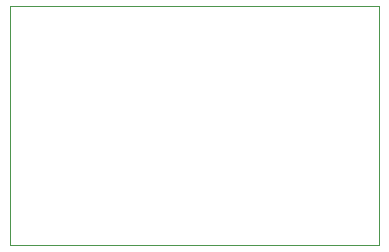
<source format=gbr>
%TF.GenerationSoftware,KiCad,Pcbnew,7.0.2-0*%
%TF.CreationDate,2024-01-11T17:10:39-05:00*%
%TF.ProjectId,SolarCharger_v2,536f6c61-7243-4686-9172-6765725f7632,2*%
%TF.SameCoordinates,Original*%
%TF.FileFunction,Profile,NP*%
%FSLAX46Y46*%
G04 Gerber Fmt 4.6, Leading zero omitted, Abs format (unit mm)*
G04 Created by KiCad (PCBNEW 7.0.2-0) date 2024-01-11 17:10:39*
%MOMM*%
%LPD*%
G01*
G04 APERTURE LIST*
%TA.AperFunction,Profile*%
%ADD10C,0.100000*%
%TD*%
G04 APERTURE END LIST*
D10*
X146354800Y-64312800D02*
X177596800Y-64312800D01*
X177596800Y-84582000D01*
X146354800Y-84582000D01*
X146354800Y-64312800D01*
M02*

</source>
